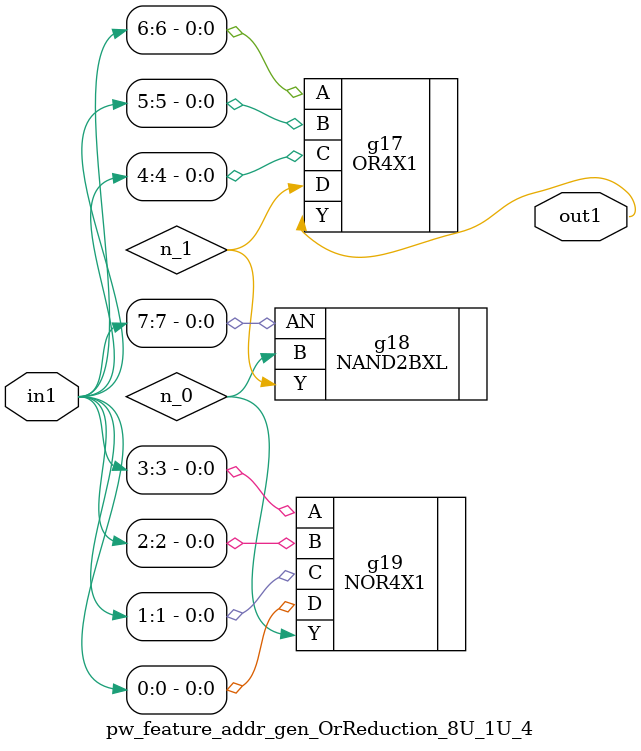
<source format=v>
`timescale 1ps / 1ps


module pw_feature_addr_gen_OrReduction_8U_1U_4(in1, out1);
  input [7:0] in1;
  output out1;
  wire [7:0] in1;
  wire out1;
  wire n_0, n_1;
  OR4X1 g17(.A (in1[6]), .B (in1[5]), .C (in1[4]), .D (n_1), .Y (out1));
  NAND2BXL g18(.AN (in1[7]), .B (n_0), .Y (n_1));
  NOR4X1 g19(.A (in1[3]), .B (in1[2]), .C (in1[1]), .D (in1[0]), .Y
       (n_0));
endmodule


</source>
